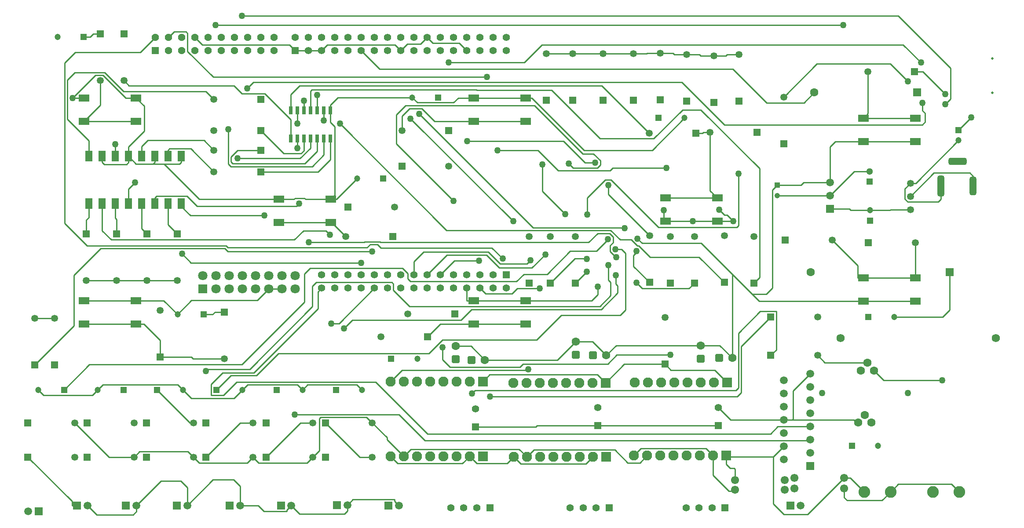
<source format=gbl>
G04*
G04 #@! TF.GenerationSoftware,Altium Limited,Altium Designer,24.2.2 (26)*
G04*
G04 Layer_Physical_Order=2*
G04 Layer_Color=1930808*
%FSLAX42Y42*%
%MOMM*%
G71*
G04*
G04 #@! TF.SameCoordinates,1B85D7C3-CB2C-498D-ACBB-91D5DC165851*
G04*
G04*
G04 #@! TF.FilePolarity,Positive*
G04*
G01*
G75*
%ADD14C,0.25*%
%ADD17R,1.45X2.10*%
%ADD31C,1.39*%
%ADD32R,1.39X1.39*%
%ADD34C,1.20*%
%ADD35R,1.20X1.20*%
%ADD40R,1.60X1.60*%
%ADD41C,1.60*%
%ADD54R,1.20X1.20*%
%ADD63C,1.55*%
%ADD64C,1.50*%
%ADD65R,1.50X1.50*%
%ADD66C,1.58*%
%ADD67C,1.43*%
%ADD68C,1.80*%
%ADD69C,1.35*%
%ADD70R,1.80X1.80*%
%ADD71R,1.35X1.35*%
%ADD72C,1.60*%
%ADD73C,0.48*%
%ADD74C,1.40*%
%ADD75R,1.40X1.40*%
%ADD76R,1.40X1.40*%
%ADD77R,1.35X1.35*%
%ADD78C,1.27*%
%ADD79R,1.43X1.43*%
G04:AMPARAMS|DCode=80|XSize=1.6mm|YSize=1.6mm|CornerRadius=0.4mm|HoleSize=0mm|Usage=FLASHONLY|Rotation=90.000|XOffset=0mm|YOffset=0mm|HoleType=Round|Shape=RoundedRectangle|*
%AMROUNDEDRECTD80*
21,1,1.60,0.80,0,0,90.0*
21,1,0.80,1.60,0,0,90.0*
1,1,0.80,0.40,0.40*
1,1,0.80,0.40,-0.40*
1,1,0.80,-0.40,-0.40*
1,1,0.80,-0.40,0.40*
%
%ADD80ROUNDEDRECTD80*%
G04:AMPARAMS|DCode=81|XSize=3.5mm|YSize=1.3mm|CornerRadius=0.33mm|HoleSize=0mm|Usage=FLASHONLY|Rotation=0.000|XOffset=0mm|YOffset=0mm|HoleType=Round|Shape=RoundedRectangle|*
%AMROUNDEDRECTD81*
21,1,3.50,0.65,0,0,0.0*
21,1,2.85,1.30,0,0,0.0*
1,1,0.65,1.43,-0.33*
1,1,0.65,-1.43,-0.33*
1,1,0.65,-1.43,0.33*
1,1,0.65,1.43,0.33*
%
%ADD81ROUNDEDRECTD81*%
G04:AMPARAMS|DCode=82|XSize=3.5mm|YSize=1.3mm|CornerRadius=0.33mm|HoleSize=0mm|Usage=FLASHONLY|Rotation=270.000|XOffset=0mm|YOffset=0mm|HoleType=Round|Shape=RoundedRectangle|*
%AMROUNDEDRECTD82*
21,1,3.50,0.65,0,0,270.0*
21,1,2.85,1.30,0,0,270.0*
1,1,0.65,-0.33,-1.43*
1,1,0.65,-0.33,1.43*
1,1,0.65,0.33,1.43*
1,1,0.65,0.33,-1.43*
%
%ADD82ROUNDEDRECTD82*%
G04:AMPARAMS|DCode=83|XSize=4mm|YSize=1.3mm|CornerRadius=0.33mm|HoleSize=0mm|Usage=FLASHONLY|Rotation=270.000|XOffset=0mm|YOffset=0mm|HoleType=Round|Shape=RoundedRectangle|*
%AMROUNDEDRECTD83*
21,1,4.00,0.65,0,0,270.0*
21,1,3.35,1.30,0,0,270.0*
1,1,0.65,-0.33,-1.68*
1,1,0.65,-0.33,1.68*
1,1,0.65,0.33,1.68*
1,1,0.65,0.33,-1.68*
%
%ADD83ROUNDEDRECTD83*%
%ADD84R,1.30X1.30*%
%ADD85C,1.30*%
G04:AMPARAMS|DCode=86|XSize=1.6mm|YSize=1.6mm|CornerRadius=0.4mm|HoleSize=0mm|Usage=FLASHONLY|Rotation=0.000|XOffset=0mm|YOffset=0mm|HoleType=Round|Shape=RoundedRectangle|*
%AMROUNDEDRECTD86*
21,1,1.60,0.80,0,0,0.0*
21,1,0.80,1.60,0,0,0.0*
1,1,0.80,0.40,-0.40*
1,1,0.80,-0.40,-0.40*
1,1,0.80,-0.40,0.40*
1,1,0.80,0.40,0.40*
%
%ADD86ROUNDEDRECTD86*%
%ADD87C,1.95*%
%ADD88R,1.95X1.95*%
%ADD89C,2.25*%
%ADD90R,1.50X1.50*%
%ADD91R,1.05X1.05*%
%ADD92C,1.05*%
%ADD93C,1.27*%
%ADD94R,2.10X1.40*%
%ADD95R,0.70X1.55*%
D14*
X15831Y127D02*
X16530Y826D01*
X15164Y330D02*
X15367Y127D01*
X15831D01*
X16530Y450D02*
X16586Y394D01*
X17260D01*
X17424Y558D01*
X16530Y450D02*
Y622D01*
X14008Y876D02*
Y1257D01*
X14313Y572D02*
X14433D01*
X14008Y876D02*
X14313Y572D01*
X14262Y1092D02*
Y1257D01*
Y1092D02*
X14338Y1016D01*
X14418D01*
X14433Y787D02*
Y1001D01*
X14418Y1016D02*
X14433Y1001D01*
X16649Y826D02*
X16916Y558D01*
X16530Y826D02*
X16649D01*
X15164Y330D02*
Y1232D01*
X14288D02*
X15164D01*
X1680Y8144D02*
X1683Y8141D01*
X15545Y2502D02*
X15875Y2832D01*
X15545Y2337D02*
Y2502D01*
X15253Y1816D02*
X15875D01*
X15113Y1676D02*
X15253Y1816D01*
X15367Y1943D02*
X15532D01*
X16720D02*
X16771Y1892D01*
X14348Y1943D02*
X15367D01*
X16771Y1892D02*
X16802D01*
X15532Y1943D02*
X16720D01*
X15532D02*
X15550Y1961D01*
X14110Y2182D02*
X14348Y1943D01*
X15861Y1548D02*
X15875Y1562D01*
X8459Y1548D02*
X15861D01*
X7960Y2047D02*
X8452Y1556D01*
X8459Y1548D01*
X15545Y2337D02*
X15550Y2342D01*
X14262Y1257D02*
X14288Y1232D01*
X15164D02*
X15367Y1435D01*
X17575Y709D02*
X18594D01*
X15367Y8159D02*
X16009Y8801D01*
X17418D01*
X17757Y8462D01*
X16789Y4683D02*
Y4920D01*
X11786Y4356D02*
Y4508D01*
X11670Y4241D02*
X11786Y4356D01*
X12134Y4565D02*
Y4731D01*
X12172Y4389D02*
Y4528D01*
X12134Y4565D02*
X12172Y4528D01*
X12033Y4337D02*
Y4596D01*
X11989Y4640D02*
Y4928D01*
Y4640D02*
X12033Y4596D01*
X11829Y4133D02*
X12033Y4337D01*
X11570Y5055D02*
X11576Y5048D01*
X11347Y5055D02*
X11570D01*
X12027Y5190D02*
Y5303D01*
Y5190D02*
X12137Y5081D01*
X12027Y5303D02*
X12082Y5358D01*
Y5471D01*
X12129Y5232D02*
X12248D01*
X11791Y5537D02*
X12016D01*
X12137Y5081D02*
X12143D01*
X12016Y5537D02*
X12082Y5471D01*
X12248Y5232D02*
X12324Y5156D01*
X11980Y5414D02*
Y5429D01*
X11760Y5194D02*
X11980Y5414D01*
X8877Y5598D02*
X12036D01*
X12221Y5414D02*
X12434D01*
X12036Y5598D02*
X12221Y5414D01*
X10541Y5649D02*
X12296D01*
X12306Y5639D01*
X8352Y7838D02*
X10541Y5649D01*
X6828Y7648D02*
X8877Y5598D01*
X12479Y4902D02*
Y5111D01*
X12535Y5167D01*
X12577Y5296D02*
X12793Y5080D01*
X12551Y5296D02*
X12577D01*
X12434Y5414D02*
X12551Y5296D01*
X12535Y5167D02*
Y5194D01*
X12793Y5080D02*
X13736D01*
X11257Y5194D02*
X11760D01*
X6515Y7709D02*
Y7905D01*
X6134D02*
Y8090D01*
X5301Y7518D02*
X5746Y7074D01*
X6007Y7175D02*
Y7360D01*
X5746Y7074D02*
X6078D01*
X6134Y7130D01*
X10638Y7137D02*
X11031Y6744D01*
X12080Y6794D02*
X13106D01*
X11499Y7071D02*
X11703D01*
X11316Y6794D02*
X11777D01*
X11544Y6896D02*
X11735D01*
X11703Y7071D02*
X11836Y6938D01*
X11031Y6744D02*
X12030D01*
X11125Y7315D02*
X11544Y6896D01*
X11777Y6794D02*
X11836Y6854D01*
X12030Y6744D02*
X12080Y6794D01*
X11836Y6854D02*
Y6938D01*
X11227Y6883D02*
X11316Y6794D01*
X11989Y6292D02*
Y6464D01*
X11582Y6218D02*
X11930Y6566D01*
X12047D01*
X12957Y5657D01*
X11989Y6292D02*
X12789Y5492D01*
X11582Y5900D02*
Y6218D01*
X1897Y8141D02*
X1900Y8144D01*
X1680D02*
X2121Y8585D01*
X1575Y8491D02*
X1720Y8636D01*
X1575Y7739D02*
X1994Y7320D01*
X2121Y8585D02*
X2261D01*
X1683Y8141D02*
X1897D01*
X1524Y8816D02*
X1727Y9020D01*
X1575Y7739D02*
Y8491D01*
X1676Y8141D02*
X1680Y8144D01*
X1524Y5728D02*
X1956Y5296D01*
X1524Y5728D02*
Y8816D01*
X2502Y7021D02*
Y7252D01*
X8802Y3485D02*
X10610D01*
X8801Y3101D02*
X8941Y2962D01*
X8801Y3101D02*
Y3340D01*
X8541Y3223D02*
X8802Y3485D01*
X5639Y3223D02*
X8541D01*
X18580Y8128D02*
Y8722D01*
X18479Y8026D02*
X18580Y8128D01*
X18047Y8649D02*
X18479Y8217D01*
X17887Y8649D02*
X18047D01*
X17574Y9728D02*
X18580Y8722D01*
X10711Y9167D02*
X17668D01*
X18009Y8826D01*
X12535Y4585D02*
X12647Y4473D01*
X13546D01*
X13089Y5769D02*
X13614D01*
X13054D02*
X13089D01*
X10400Y4241D02*
X11670D01*
X9400D02*
X10400D01*
X13056Y5771D02*
Y5982D01*
X13054Y5769D02*
X13056Y5771D01*
X12957Y5657D02*
X14468D01*
X18034Y7909D02*
Y8052D01*
Y7909D02*
X18092Y7850D01*
Y7683D02*
Y7850D01*
X16900Y7756D02*
X17399Y7756D01*
X14224Y7625D02*
X18034D01*
X17399Y7756D02*
X17900D01*
X18034Y7625D02*
X18092Y7683D01*
X10719Y6350D02*
Y6868D01*
Y6350D02*
X11163Y5906D01*
X14279Y5889D02*
X14398Y5769D01*
X14122Y5994D02*
X14228Y5889D01*
X14279D01*
X14089Y5769D02*
X14398D01*
X14399D01*
X6556Y5585D02*
X6629Y5512D01*
X6121Y5585D02*
X6556D01*
X1704Y4727D02*
X2223Y5245D01*
X4613D02*
X4669Y5189D01*
X1956Y5296D02*
X4634D01*
X4670Y5260D02*
X7348D01*
X4669Y5189D02*
X7447D01*
X4634Y5296D02*
X4670Y5260D01*
X3785Y5144D02*
X3960Y4968D01*
X7238D01*
X2223Y5245D02*
X4613D01*
X7348Y5260D02*
X7408Y5320D01*
X2756Y6111D02*
Y6388D01*
X2883Y6515D01*
X6401Y4087D02*
Y4408D01*
X4940Y9728D02*
X17574D01*
X4898Y9550D02*
X16515D01*
X4432Y9545D02*
X4893D01*
X4898Y9550D01*
X14757Y4369D02*
X14893Y4233D01*
X14376Y4750D02*
X14757Y4369D01*
X13779Y5347D02*
X14376Y4750D01*
X3233Y6876D02*
X3439D01*
X2901D02*
X3233D01*
X3439D02*
X3739D01*
X5856Y9167D02*
X5968Y9055D01*
X4178Y9167D02*
X5856D01*
X4036Y9309D02*
X4178Y9167D01*
X3233Y6876D02*
X3264Y6906D01*
Y7021D01*
X9749Y5258D02*
X9957Y5050D01*
X7611Y5258D02*
X9749D01*
X7549Y5320D02*
X7611Y5258D01*
X7408Y5320D02*
X7549D01*
X1727Y9020D02*
X2984D01*
X3274Y9309D01*
X4387Y8547D02*
X9657D01*
X3891Y9042D02*
X4387Y8547D01*
X3891Y9042D02*
Y9390D01*
X3861Y9421D02*
X3891Y9390D01*
X3639Y9421D02*
X3861D01*
X3528Y9309D02*
X3639Y9421D01*
X5949Y5413D02*
X6121Y5585D01*
X2423Y5413D02*
X5949D01*
X2248Y5588D02*
X2423Y5413D01*
X2248Y5588D02*
Y6111D01*
X9031Y5006D02*
X9505D01*
X8762Y4737D02*
X9031Y5006D01*
X14501Y5690D02*
Y6683D01*
X14468Y5657D02*
X14501Y5690D01*
X10521Y4872D02*
X10780Y5131D01*
X9893Y4872D02*
X10521D01*
X9649Y5116D02*
X9893Y4872D01*
X8886Y5116D02*
X9649D01*
X8508Y4737D02*
X8886Y5116D01*
X9274Y7315D02*
X11125D01*
X7912Y7264D02*
X9014Y6162D01*
X7912Y7264D02*
Y7823D01*
X8087Y7998D01*
X10571D01*
X11499Y7071D01*
X9715Y2390D02*
X14475D01*
X14552Y2466D01*
Y3356D01*
X15120Y3924D01*
X8941Y2962D02*
X10292D01*
X10349Y3019D01*
X11980D01*
X12156Y3195D01*
X13185D01*
X15756Y8052D02*
X15959Y8255D01*
X15039Y8052D02*
X15756D01*
X14392Y8700D02*
X15039Y8052D01*
X7593Y8700D02*
X14392D01*
X7238Y9055D02*
X7593Y8700D01*
X6808Y3800D02*
X7492Y4483D01*
X6657Y3800D02*
X6808D01*
X9368Y2451D02*
X9431Y2515D01*
X14445D01*
X14496Y2565D01*
Y3614D01*
X14915Y4034D01*
X15227D01*
Y3295D02*
Y4034D01*
X15120Y3188D02*
X15227Y3295D01*
X5880Y7905D02*
Y8209D01*
X6053Y8382D01*
X11864D01*
X12778Y7468D01*
X6388Y7905D02*
Y8202D01*
X8166Y4133D02*
X11829D01*
X7854Y4445D02*
X8166Y4133D01*
X7854Y4445D02*
Y4562D01*
X7823Y4592D02*
X7854Y4562D01*
X6368Y4592D02*
X7823D01*
X6297Y4521D02*
X6368Y4592D01*
X6297Y4128D02*
Y4521D01*
X5088Y2918D02*
X6297Y4128D01*
X4275Y2918D02*
X5088D01*
X4244Y2888D02*
X4275Y2918D01*
X12324Y4064D02*
Y5156D01*
X12222Y3962D02*
X12324Y4064D01*
X11087Y3962D02*
X12222D01*
X10610Y3485D02*
X11087Y3962D01*
X5217Y2802D02*
X5639Y3223D01*
X4727Y2802D02*
X5217D01*
X4449Y2524D02*
X4727Y2802D01*
X11615Y5362D02*
X11791Y5537D01*
X7609Y5362D02*
X11615D01*
X7600Y5371D02*
X7609Y5362D01*
X7304Y5371D02*
X7600D01*
X7295Y5362D02*
X7304Y5371D01*
X6226Y5362D02*
X7295D01*
X11854Y4072D02*
X12172Y4389D01*
X9360Y4072D02*
X11854D01*
X9152Y3863D02*
X9360Y4072D01*
X7064Y3863D02*
X9152D01*
X6906Y3706D02*
X7064Y3863D01*
X820Y1228D02*
X1668Y381D01*
Y293D02*
Y381D01*
Y293D02*
X1768D01*
X8254Y4737D02*
Y4997D01*
X8433Y5177D01*
X9677D01*
X9906Y4948D01*
X10427D01*
X10498Y5019D01*
X2702Y8144D02*
X2900D01*
X2261Y8585D02*
X2702Y8144D01*
X4121Y6194D02*
X5650D01*
X3439Y6876D02*
X4121Y6194D01*
X2756Y7021D02*
X2901Y6876D01*
X3772Y6909D02*
Y7021D01*
X3739Y6876D02*
X3772Y6909D01*
X13614Y5769D02*
X14089D01*
X15240Y6464D02*
X15697D01*
X15748Y6515D01*
X16256D01*
X6401Y4408D02*
X6476Y4483D01*
X5166Y2852D02*
X6401Y4087D01*
X4567Y2852D02*
X5166D01*
X4348Y2634D02*
X4567Y2852D01*
X4348Y2423D02*
Y2634D01*
Y2423D02*
X4582D01*
X4834Y2675D01*
X7511D01*
X8509Y1676D01*
X15113D01*
X5954Y2047D02*
X7960D01*
X4788Y2362D02*
X4949Y2524D01*
X3967Y2362D02*
X4788D01*
X3806Y2524D02*
X3967Y2362D01*
X9270Y4241D02*
Y4483D01*
Y4241D02*
X9400D01*
X1520Y2524D02*
X2006Y3010D01*
X4940D01*
X6142Y4211D01*
Y4752D01*
X6256Y4867D01*
X8026D01*
X8128Y4765D01*
Y4661D02*
Y4765D01*
Y4661D02*
X8179Y4610D01*
X10226D01*
X10366Y4750D01*
X10813D01*
X11257Y5194D01*
X10237Y4473D02*
X10668D01*
X10140Y4375D02*
X10237Y4473D01*
X9631Y4375D02*
X10140D01*
X9524Y4483D02*
X9631Y4375D01*
X7798Y2680D02*
X8019Y2901D01*
X10434D01*
X10450Y2916D01*
X5042Y8331D02*
X5156Y8446D01*
X13404D01*
X14224Y7625D01*
X14796Y4579D02*
X14902Y4686D01*
Y6787D01*
X13772Y7917D02*
X14902Y6787D01*
X13424Y7917D02*
X13772D01*
X12868Y7361D02*
X13424Y7917D01*
X11831Y7361D02*
X12868D01*
X10899Y8293D02*
X11831Y7361D01*
X9464Y8293D02*
X10899D01*
X9454Y8303D02*
X9464Y8293D01*
X6287Y8303D02*
X9454D01*
X6261Y8278D02*
X6287Y8303D01*
X6261Y7905D02*
Y8278D01*
X9576Y2680D02*
X9710Y2814D01*
X11778D01*
X11938Y2654D01*
X6650Y5744D02*
X6671D01*
X6941Y5474D01*
X952Y3004D02*
X1704Y3756D01*
Y4727D01*
X5992Y6060D02*
X6043Y6111D01*
X4079Y6060D02*
X5992D01*
X3884Y6256D02*
X4079Y6060D01*
X3297Y6256D02*
X3884D01*
X3264Y6223D02*
X3297Y6256D01*
X3264Y6111D02*
Y6223D01*
X14893Y4233D02*
X16900D01*
X12644Y5347D02*
X13779D01*
X14376Y3137D02*
Y4750D01*
X12555Y5436D02*
X12644Y5347D01*
X15149Y6373D02*
X15240Y6464D01*
X15149Y4488D02*
Y6373D01*
X15030Y4369D02*
X15149Y4488D01*
X14757Y4369D02*
X15030D01*
X6305Y1228D02*
X6426Y1350D01*
Y1968D01*
X6454Y1996D01*
X7340D01*
X7448Y1889D01*
X11938Y2654D02*
X12301Y3017D01*
X13081D01*
X12836Y7137D02*
X13458Y7760D01*
X11527Y7137D02*
X12836D01*
X10520Y8144D02*
X11527Y7137D01*
X10400Y8144D02*
X10520D01*
X8018Y7518D02*
Y7795D01*
X8164Y7941D01*
X8403D01*
X8650Y7694D01*
X9400D01*
X8184Y7747D02*
X10160Y5771D01*
X6007Y7648D02*
Y7905D01*
X13736Y5080D02*
X14224Y4592D01*
X8923Y8832D02*
X10376D01*
X10711Y9167D01*
X9855Y7137D02*
X10638D01*
X6166Y6194D02*
X6650D01*
X6145Y6215D02*
X6166Y6194D01*
X5962Y6215D02*
X6145D01*
X5942Y6194D02*
X5962Y6215D01*
X5650Y6194D02*
X5942D01*
X5650Y5744D02*
X6650D01*
X3947Y5880D02*
X5375D01*
X3772Y6055D02*
X3947Y5880D01*
X3772Y6055D02*
Y6111D01*
X4851Y6980D02*
X6060D01*
X6261Y7181D01*
Y7360D01*
X6515Y7049D02*
Y7360D01*
X6292Y6825D02*
X6515Y7049D01*
X4724Y6825D02*
X6292D01*
X4674Y6876D02*
X4724Y6825D01*
X4674Y6876D02*
Y7544D01*
X6476Y9055D02*
X6585Y9164D01*
X7890D01*
X8000Y9055D01*
X5233Y4244D02*
X5459Y4470D01*
X3969Y4244D02*
X5233D01*
X3700Y3975D02*
X3969Y4244D01*
X2667Y8478D02*
X2765Y8380D01*
X4790D01*
X4940Y8230D01*
X5377D01*
X5880Y7727D01*
Y7360D02*
Y7727D01*
X8000Y9055D02*
X8127Y9182D01*
X8381D01*
X8508Y9309D01*
X8617Y9200D01*
X9125D01*
X9270Y9055D01*
X5459Y4470D02*
X5713D01*
X5968Y9055D02*
X6222D01*
X6476D01*
X16256Y6007D02*
X16629D01*
X16655Y5982D01*
X17031D01*
X17412D01*
X17424Y5994D01*
X17805D01*
X1720Y1889D02*
X2380Y1228D01*
X2863D01*
X2971Y1336D01*
X3898D01*
X4006Y1228D01*
X1940Y4630D02*
X2524D01*
X3108D01*
X3693D01*
X4006Y1228D02*
X4117Y1118D01*
X5039D01*
X5149Y1228D01*
X5260Y1118D01*
X6194D01*
X6305Y1228D01*
X7732Y1565D02*
X8052Y1245D01*
X7732Y1565D02*
Y1604D01*
X7448Y1889D02*
X7732Y1604D01*
X8052Y1245D02*
X8189Y1382D01*
X10277D01*
X10427Y1232D01*
X10564Y1369D01*
X12116D01*
X12367Y1118D01*
X12598D01*
X12738Y1257D01*
X9614Y3099D02*
X11011D01*
X11367Y3454D01*
X9347Y3365D02*
X9614Y3099D01*
X9055Y3365D02*
X9347D01*
X11367Y3454D02*
X11684D01*
X11951Y3188D01*
X12141Y3378D01*
X13767D01*
X14135D01*
X14376Y3137D01*
X16900Y4233D02*
X17900D01*
X16256Y6515D02*
Y7205D01*
X16358Y7306D01*
X16900D01*
X17900D01*
X14275Y8984D02*
X14503D01*
X14249Y8959D02*
X14275Y8984D01*
X14021Y8959D02*
X14249D01*
X13772D02*
X14021D01*
X13746Y8984D02*
X13772Y8959D01*
X13500Y8984D02*
X13746D01*
X13259D02*
X13500D01*
X13233Y9010D02*
X13259Y8984D01*
X12992Y9010D02*
X13233D01*
X12737D02*
X12992D01*
X12725Y8998D02*
X12737Y9010D01*
X12471Y8998D02*
X12725D01*
X11887D02*
X12471D01*
X11303D02*
X11887D01*
X11047D02*
X11303D01*
X11046Y8997D02*
X11047Y8998D01*
X10795Y8997D02*
X11046D01*
X17699Y6396D02*
X17805Y6502D01*
X17699Y6198D02*
Y6396D01*
Y6198D02*
X17755Y6142D01*
X18339D01*
X18392Y6195D01*
Y6452D01*
X17805Y6502D02*
X17907D01*
X18732Y7328D01*
X9436Y1806D02*
X10597D01*
X10622Y1832D01*
X11786D01*
X14110D01*
X17107Y2896D02*
X17292Y2710D01*
X18418D01*
X1968Y293D02*
X2144Y117D01*
X2845D01*
X2908Y180D01*
Y293D01*
X3380Y765D01*
X3759D01*
X3886Y638D01*
Y293D02*
Y638D01*
Y293D02*
X4384Y790D01*
X4775D01*
X4902Y663D01*
Y293D02*
Y663D01*
Y293D02*
X5253D01*
X5365Y180D01*
X5804D01*
Y209D01*
X5890Y295D01*
X6050Y135D01*
X6909D01*
X6969Y195D01*
Y305D01*
X7073Y409D01*
X7877D01*
Y380D02*
Y409D01*
Y380D02*
X7961Y295D01*
X7798Y1245D02*
X7935Y1107D01*
X9185D01*
X9322Y1245D01*
X9459Y1107D01*
X10048D01*
X10173Y1232D01*
X7147Y2624D02*
X7248Y2524D01*
X6205Y2624D02*
X7147D01*
X6105Y2524D02*
X6205Y2624D01*
X10173Y1232D02*
X10310Y1095D01*
X11560D01*
X11697Y1232D01*
X6004Y2624D02*
X6105Y2524D01*
X5049Y2624D02*
X6004D01*
X4949Y2524D02*
X5049Y2624D01*
X3706D02*
X3806Y2524D01*
X2263Y2624D02*
X3706D01*
X2163Y2524D02*
X2263Y2624D01*
X3434Y4241D02*
X3700Y3975D01*
X2900Y4241D02*
X3434D01*
X2063Y2423D02*
X2163Y2524D01*
X1120Y2423D02*
X2063D01*
X1020Y2524D02*
X1120Y2423D01*
X1900Y4241D02*
X2900D01*
X12484Y1257D02*
X12621Y1394D01*
X13871D01*
X14008Y1257D01*
X15550Y1961D02*
Y2342D01*
X17424Y558D02*
X17575Y709D01*
X18594D02*
X18745Y558D01*
X15240Y6264D02*
X15751Y6261D01*
X16256D01*
X16726Y6731D01*
X17018D01*
X9400Y8144D02*
X10400D01*
X9102D02*
X9400D01*
X9012Y8054D02*
X9102Y8144D01*
X8317Y8054D02*
X9012D01*
X8218Y8153D02*
X8317Y8054D01*
X6789Y8153D02*
X8218D01*
X6642Y8006D02*
X6789Y8153D01*
X6642Y7905D02*
Y8006D01*
X17805Y6248D02*
X18258Y6701D01*
X18948D01*
X19012Y6637D01*
Y6452D02*
Y6637D01*
X6642Y7673D02*
Y7905D01*
Y7673D02*
X6726Y7590D01*
Y6270D02*
Y7590D01*
X6650Y6194D02*
X6726Y6270D01*
X17497Y3924D02*
X18423D01*
X18562Y4064D01*
Y4788D01*
X6650Y6194D02*
X6757D01*
X7154Y6591D01*
X18732Y7528D02*
X18979Y7774D01*
X2756Y7021D02*
Y7206D01*
X3056Y7506D01*
Y7989D01*
X2900Y8144D02*
X3056Y7989D01*
X2756Y6904D02*
Y7021D01*
X2718Y6866D02*
X2756Y6904D01*
X2291Y6866D02*
X2718D01*
X2248Y6909D02*
X2291Y6866D01*
X2248Y6909D02*
Y7021D01*
X13081Y3017D02*
X13195Y2903D01*
X14039D01*
X14275Y2667D01*
X16789Y4683D02*
X16900D01*
X16300Y5410D02*
X16789Y4920D01*
X16900Y4683D02*
X17399Y4683D01*
X17900D01*
Y5019D01*
X17900Y5020D02*
X17900Y5019D01*
X17900Y5020D02*
Y5359D01*
X16987Y7843D02*
Y8649D01*
X16900Y7756D02*
X16987Y7843D01*
X952Y3904D02*
X1334D01*
X16020Y3188D02*
X16162Y3046D01*
X16980D01*
X1994Y7021D02*
Y7320D01*
X1720Y8636D02*
X2296D01*
X2662Y8270D01*
X4246D01*
X4401Y8115D01*
X3010Y7021D02*
Y7214D01*
X3124Y7328D01*
X4211D01*
X4401Y7137D01*
X3518Y7021D02*
Y7137D01*
X3546Y7165D01*
X3954D01*
X4401Y6718D01*
X3518Y5705D02*
Y6111D01*
Y5705D02*
X3693Y5530D01*
X3010Y5629D02*
Y6111D01*
Y5629D02*
X3108Y5530D01*
X2524D02*
Y5809D01*
X2502Y5831D02*
X2524Y5809D01*
X2502Y5831D02*
Y6111D01*
X1940Y5530D02*
Y5791D01*
X1994Y5845D01*
Y6111D01*
X4200Y3975D02*
X4376D01*
X4420Y4019D01*
X4597D01*
X1888Y9322D02*
X2019D01*
X2076Y9378D01*
X2210D01*
X13089Y6219D02*
X13586Y6219D01*
X14089D01*
X13952Y6357D02*
X14089Y6219D01*
X13952Y6357D02*
Y7480D01*
X13820D02*
X13952D01*
X13807Y7468D02*
X13820Y7480D01*
X13678Y7468D02*
X13807D01*
X8515Y3543D02*
X8762Y3791D01*
X9400D01*
X10400D01*
X9400Y7694D02*
X9898Y7694D01*
X10400D01*
X1900Y3791D02*
X2900D01*
X3049D01*
X3365Y3475D01*
Y3157D02*
Y3475D01*
Y3157D02*
X3962D01*
X4001Y3119D01*
X4597D01*
X1900Y7694D02*
X2398Y7694D01*
X2900D01*
X1900Y7694D02*
X2210Y8004D01*
Y8478D01*
X6134Y7130D02*
Y7360D01*
X6388Y7115D02*
Y7360D01*
X6152Y6878D02*
X6388Y7115D01*
X4761Y6878D02*
X6152D01*
X4724Y6915D02*
X4761Y6878D01*
X4724Y6915D02*
Y7004D01*
X4858Y7137D01*
X5301D01*
Y6718D02*
X6406D01*
X6642Y6955D01*
Y7360D01*
X3937Y1889D02*
X4006D01*
X3306Y2524D02*
X3937Y1889D01*
X4249Y1228D02*
X4909Y1889D01*
X5149D01*
X5405Y1228D02*
X6065Y1889D01*
X6305D01*
X7208Y1228D02*
X7448D01*
X6548Y1889D02*
X7208Y1228D01*
X10871Y4579D02*
X11347Y5055D01*
X11354Y4579D02*
X11575Y4801D01*
X12479Y4902D02*
X12789Y4592D01*
X13546Y4473D02*
X13652Y4579D01*
D17*
X1994Y6111D02*
D03*
X2248D02*
D03*
X2502D02*
D03*
X2756D02*
D03*
X3010D02*
D03*
X3264D02*
D03*
X3518D02*
D03*
X3772D02*
D03*
Y7021D02*
D03*
X3518D02*
D03*
X3264D02*
D03*
X3010D02*
D03*
X2756D02*
D03*
X2502D02*
D03*
X2248D02*
D03*
X1994D02*
D03*
D31*
X9778Y4483D02*
D03*
X9524Y4737D02*
D03*
Y4483D02*
D03*
X9270D02*
D03*
X9016Y4737D02*
D03*
Y4483D02*
D03*
X8762Y4737D02*
D03*
Y4483D02*
D03*
X8508Y4737D02*
D03*
Y4483D02*
D03*
X8254Y4737D02*
D03*
X7746D02*
D03*
X7492D02*
D03*
Y4483D02*
D03*
X7238Y4737D02*
D03*
Y4483D02*
D03*
X6984Y4737D02*
D03*
X6476Y4483D02*
D03*
X6222Y9055D02*
D03*
X6476D02*
D03*
X7238D02*
D03*
X7492D02*
D03*
X8000D02*
D03*
X8508Y9309D02*
D03*
X9016Y9055D02*
D03*
X9270D02*
D03*
X9524D02*
D03*
X10032D02*
D03*
X6730Y4483D02*
D03*
X6984D02*
D03*
X7746D02*
D03*
X8000D02*
D03*
X8254D02*
D03*
X10032D02*
D03*
X6476Y4737D02*
D03*
X6730D02*
D03*
X8000D02*
D03*
X9270D02*
D03*
X9778D02*
D03*
X7492Y9309D02*
D03*
X5968D02*
D03*
X6222D02*
D03*
X6476D02*
D03*
X6730Y9055D02*
D03*
Y9309D02*
D03*
X6984Y9055D02*
D03*
Y9309D02*
D03*
X7238D02*
D03*
X7746Y9055D02*
D03*
Y9309D02*
D03*
X8000D02*
D03*
X8254Y9055D02*
D03*
Y9309D02*
D03*
X8508Y9055D02*
D03*
X8762D02*
D03*
Y9309D02*
D03*
X9016D02*
D03*
X9270D02*
D03*
X9524D02*
D03*
X9778Y9055D02*
D03*
Y9309D02*
D03*
X10032D02*
D03*
D32*
X5968Y9055D02*
D03*
X10032Y4737D02*
D03*
D34*
X13458Y7760D02*
D03*
X3700Y3975D02*
D03*
X8315Y3124D02*
D03*
X7248Y2524D02*
D03*
X1388Y9322D02*
D03*
X1020Y2524D02*
D03*
X2163D02*
D03*
X3806D02*
D03*
X6105D02*
D03*
X4949D02*
D03*
X8218Y8153D02*
D03*
X7154Y6591D02*
D03*
X17031Y5982D02*
D03*
X18732Y7328D02*
D03*
X17179Y1448D02*
D03*
X17497Y3924D02*
D03*
D35*
X12958Y7760D02*
D03*
X4200Y3975D02*
D03*
X7814Y3124D02*
D03*
X6748Y2524D02*
D03*
X1888Y9322D02*
D03*
X1520Y2524D02*
D03*
X2663D02*
D03*
X3306D02*
D03*
X5605D02*
D03*
X4449D02*
D03*
X8718Y8153D02*
D03*
X7654Y6591D02*
D03*
X16679Y1448D02*
D03*
X16997Y3924D02*
D03*
D40*
X18562Y4788D02*
D03*
X17932Y8255D02*
D03*
D41*
X15888Y4788D02*
D03*
X15959Y8255D02*
D03*
D54*
X17031Y5782D02*
D03*
X18732Y7528D02*
D03*
D63*
X14433Y787D02*
D03*
X15387D02*
D03*
Y597D02*
D03*
X14433D02*
D03*
X15576Y622D02*
D03*
X16530D02*
D03*
Y826D02*
D03*
X15576D02*
D03*
D64*
X15875Y2832D02*
D03*
X15367Y2705D02*
D03*
X15875Y2578D02*
D03*
X15367Y2451D02*
D03*
X15875Y2324D02*
D03*
X15367Y2197D02*
D03*
X15875Y2070D02*
D03*
X15367Y1943D02*
D03*
X15875Y1816D02*
D03*
X15367Y1689D02*
D03*
X15875Y1562D02*
D03*
X15367Y1435D02*
D03*
X15875Y1308D02*
D03*
X15367Y1181D02*
D03*
X4902Y293D02*
D03*
X829Y182D02*
D03*
X7961Y295D02*
D03*
X5890D02*
D03*
X1968Y293D02*
D03*
X2908D02*
D03*
X6969Y305D02*
D03*
X3886Y293D02*
D03*
X15696Y293D02*
D03*
X16256Y6261D02*
D03*
Y6515D02*
D03*
D65*
X15875Y1054D02*
D03*
X4702Y293D02*
D03*
X1029Y182D02*
D03*
X7761Y295D02*
D03*
X5690D02*
D03*
X1768Y293D02*
D03*
X2708D02*
D03*
X6769Y305D02*
D03*
X3686Y293D02*
D03*
X15496Y293D02*
D03*
D66*
X19449Y3518D02*
D03*
X16459D02*
D03*
D67*
X3274Y9309D02*
D03*
X3528Y9055D02*
D03*
Y9309D02*
D03*
X4036D02*
D03*
X4798Y9055D02*
D03*
X5052D02*
D03*
X5306D02*
D03*
X5560D02*
D03*
Y9309D02*
D03*
X5306D02*
D03*
X5052D02*
D03*
X4798D02*
D03*
X4544D02*
D03*
Y9055D02*
D03*
X4290Y9309D02*
D03*
Y9055D02*
D03*
X4036D02*
D03*
X3782Y9309D02*
D03*
Y9055D02*
D03*
D68*
X4697Y4724D02*
D03*
X4951D02*
D03*
X5205D02*
D03*
X5459Y4470D02*
D03*
Y4724D02*
D03*
X5713Y4470D02*
D03*
X4189Y4724D02*
D03*
X4443Y4470D02*
D03*
Y4724D02*
D03*
X4697Y4470D02*
D03*
X4951D02*
D03*
X5205D02*
D03*
X5713Y4724D02*
D03*
X5967Y4470D02*
D03*
Y4724D02*
D03*
D69*
X13081Y3917D02*
D03*
X15367Y8159D02*
D03*
X17900Y5359D02*
D03*
X4401Y7137D02*
D03*
Y8115D02*
D03*
Y7518D02*
D03*
Y6718D02*
D03*
X13952Y7480D02*
D03*
X12778Y7468D02*
D03*
X2210Y8478D02*
D03*
X2667D02*
D03*
X4006Y1889D02*
D03*
X5149D02*
D03*
X1720D02*
D03*
X2863D02*
D03*
X7448D02*
D03*
X1334Y3904D02*
D03*
X16020Y3924D02*
D03*
X16300Y5410D02*
D03*
X7614Y3543D02*
D03*
X8135Y3988D02*
D03*
X952Y3904D02*
D03*
X1720Y1228D02*
D03*
X4006D02*
D03*
X2863D02*
D03*
X5149D02*
D03*
X6305D02*
D03*
Y1889D02*
D03*
X8018Y7518D02*
D03*
X8918Y6833D02*
D03*
X7880Y6045D02*
D03*
X6941Y5474D02*
D03*
X4597Y3119D02*
D03*
X3693Y4630D02*
D03*
X3108D02*
D03*
X2524D02*
D03*
X1940D02*
D03*
X16987Y8649D02*
D03*
X3365Y4057D02*
D03*
X17805Y5994D02*
D03*
Y6248D02*
D03*
Y6502D02*
D03*
X14224Y5492D02*
D03*
X13183Y5479D02*
D03*
X12789Y5492D02*
D03*
X10465Y5479D02*
D03*
X11354D02*
D03*
X10871D02*
D03*
X16020Y3188D02*
D03*
X7448Y1228D02*
D03*
X12471Y8998D02*
D03*
X11887D02*
D03*
X11303D02*
D03*
X10795Y8997D02*
D03*
X14503Y8984D02*
D03*
X14021Y8959D02*
D03*
X13500Y8984D02*
D03*
X12992Y9010D02*
D03*
X13652Y5479D02*
D03*
X14796D02*
D03*
D70*
X4189Y4470D02*
D03*
D71*
X17000Y5359D02*
D03*
X5301Y7137D02*
D03*
Y8115D02*
D03*
Y7518D02*
D03*
Y6718D02*
D03*
X14852Y7480D02*
D03*
X13678Y7468D02*
D03*
X3106Y1889D02*
D03*
X4249D02*
D03*
X820D02*
D03*
X1963D02*
D03*
X6548D02*
D03*
X15120Y3924D02*
D03*
X15400Y5410D02*
D03*
X8515Y3543D02*
D03*
X9035Y3988D02*
D03*
X820Y1228D02*
D03*
X3106D02*
D03*
X1963D02*
D03*
X4249D02*
D03*
X5405D02*
D03*
Y1889D02*
D03*
X8918Y7518D02*
D03*
X8018Y6833D02*
D03*
X6979Y6045D02*
D03*
X7841Y5474D02*
D03*
X17887Y8649D02*
D03*
X15120Y3188D02*
D03*
X6548Y1228D02*
D03*
D72*
X16802Y1892D02*
D03*
X16929Y2042D02*
D03*
X17056Y1892D02*
D03*
X16853Y2896D02*
D03*
X16980Y3046D02*
D03*
X17107Y2896D02*
D03*
X13767Y3378D02*
D03*
X9614Y3099D02*
D03*
X9055Y3365D02*
D03*
X11367Y3454D02*
D03*
X14376Y3137D02*
D03*
X11951Y3188D02*
D03*
D73*
X19380Y8242D02*
D03*
Y8902D02*
D03*
D74*
X9436Y2156D02*
D03*
X13987Y250D02*
D03*
X13737D02*
D03*
X13487D02*
D03*
X9461D02*
D03*
X9211D02*
D03*
X8962D02*
D03*
X14110Y2182D02*
D03*
X11786D02*
D03*
X11256Y250D02*
D03*
X11506D02*
D03*
X11756D02*
D03*
D75*
X9436Y1806D02*
D03*
X14110Y1832D02*
D03*
X11786D02*
D03*
D76*
X14237Y250D02*
D03*
X9712D02*
D03*
X12006D02*
D03*
D77*
X2210Y9378D02*
D03*
X2667D02*
D03*
X1334Y3004D02*
D03*
X952D02*
D03*
X4597Y4019D02*
D03*
X3693Y5530D02*
D03*
X3108D02*
D03*
X2524D02*
D03*
X1940D02*
D03*
X3365Y3157D02*
D03*
X14224Y4592D02*
D03*
X13081Y3017D02*
D03*
X13183Y4579D02*
D03*
X12789Y4592D02*
D03*
X10465Y4579D02*
D03*
X11354D02*
D03*
X10871D02*
D03*
X15367Y7259D02*
D03*
X12471Y8098D02*
D03*
X11887D02*
D03*
X11303D02*
D03*
X10795Y8097D02*
D03*
X14503Y8084D02*
D03*
X14021Y8059D02*
D03*
X13500Y8084D02*
D03*
X12992Y8110D02*
D03*
X13652Y4579D02*
D03*
X14796D02*
D03*
D78*
X17755Y2464D02*
D03*
X16105D02*
D03*
D79*
X3274Y9055D02*
D03*
D80*
X13767Y3124D02*
D03*
X9055Y3111D02*
D03*
X11367Y3200D02*
D03*
D81*
X18712Y6922D02*
D03*
D82*
X19012Y6452D02*
D03*
D83*
X18392D02*
D03*
D84*
X17018Y6531D02*
D03*
D85*
Y6731D02*
D03*
D86*
X9360Y3099D02*
D03*
X14122Y3137D02*
D03*
X11697Y3188D02*
D03*
D87*
X10160Y2654D02*
D03*
X10414D02*
D03*
X10668D02*
D03*
X10922D02*
D03*
X11176D02*
D03*
X11430D02*
D03*
X11684D02*
D03*
X7798Y2680D02*
D03*
X8052D02*
D03*
X8306D02*
D03*
X8560D02*
D03*
X8814D02*
D03*
X9068D02*
D03*
X9322D02*
D03*
X7798Y1245D02*
D03*
X8052D02*
D03*
X8306D02*
D03*
X8560D02*
D03*
X8814D02*
D03*
X9068D02*
D03*
X9322D02*
D03*
X12992Y1257D02*
D03*
X10173Y1232D02*
D03*
X10427D02*
D03*
X10681D02*
D03*
X10935D02*
D03*
X11189D02*
D03*
X11443D02*
D03*
X11697D02*
D03*
X14021Y2667D02*
D03*
X13767D02*
D03*
X13513D02*
D03*
X13259D02*
D03*
X13005D02*
D03*
X12751D02*
D03*
X12497D02*
D03*
X14008Y1257D02*
D03*
X13754D02*
D03*
X13500D02*
D03*
X13246D02*
D03*
X12738D02*
D03*
X12484D02*
D03*
D88*
X11938Y2654D02*
D03*
X9576Y2680D02*
D03*
Y1245D02*
D03*
X11951Y1232D02*
D03*
X14275Y2667D02*
D03*
X14262Y1257D02*
D03*
D89*
X18745Y558D02*
D03*
X18237D02*
D03*
X16916Y558D02*
D03*
X17424D02*
D03*
D90*
X16256Y6007D02*
D03*
D91*
X15240Y6464D02*
D03*
D92*
Y6264D02*
D03*
D93*
X17757Y8462D02*
D03*
X11786Y4508D02*
D03*
X12134Y4731D02*
D03*
X11576Y5048D02*
D03*
X12129Y5232D02*
D03*
X12143Y5081D02*
D03*
X11989Y4928D02*
D03*
X11980Y5429D02*
D03*
X12306Y5639D02*
D03*
X12535Y5194D02*
D03*
X6515Y7709D02*
D03*
X6134Y8090D02*
D03*
X6007Y7175D02*
D03*
X11735Y6896D02*
D03*
X11227Y6883D02*
D03*
X11989Y6464D02*
D03*
X13106Y6794D02*
D03*
X1676Y8141D02*
D03*
X2502Y7252D02*
D03*
X8801Y3340D02*
D03*
X18479Y8026D02*
D03*
Y8217D02*
D03*
X18009Y8826D02*
D03*
X12535Y4585D02*
D03*
X13056Y5982D02*
D03*
X18034Y8052D02*
D03*
X11163Y5906D02*
D03*
X14122Y5994D02*
D03*
X6629Y5512D02*
D03*
X3785Y5144D02*
D03*
X2883Y6515D02*
D03*
X4940Y9728D02*
D03*
X16515Y9550D02*
D03*
X9957Y5050D02*
D03*
X9657Y8547D02*
D03*
X4432Y9545D02*
D03*
X9505Y5006D02*
D03*
X14501Y6683D02*
D03*
X11582Y5900D02*
D03*
X10780Y5131D02*
D03*
X9274Y7315D02*
D03*
X9014Y6162D02*
D03*
X9715Y2390D02*
D03*
X13185Y3195D02*
D03*
X6657Y3800D02*
D03*
X9368Y2451D02*
D03*
X6388Y8202D02*
D03*
X4244Y2888D02*
D03*
X6226Y5362D02*
D03*
X6906Y3706D02*
D03*
X10498Y5019D02*
D03*
X10719Y6868D02*
D03*
X14399Y5769D02*
D03*
X13614D02*
D03*
X5954Y2047D02*
D03*
X10668Y4473D02*
D03*
X10450Y2916D02*
D03*
X5042Y8331D02*
D03*
X7447Y5189D02*
D03*
X6043Y6111D02*
D03*
X8352Y7838D02*
D03*
X12555Y5436D02*
D03*
X8184Y7747D02*
D03*
X10160Y5771D02*
D03*
X6007Y7648D02*
D03*
X6828D02*
D03*
X8923Y8832D02*
D03*
X9855Y7137D02*
D03*
X7238Y4968D02*
D03*
X5375Y5880D02*
D03*
X4851Y6980D02*
D03*
X4674Y7544D02*
D03*
X18418Y2710D02*
D03*
X18979Y7774D02*
D03*
X11575Y4801D02*
D03*
D94*
X5650Y5744D02*
D03*
X6650D02*
D03*
X5650Y6194D02*
D03*
X6650D02*
D03*
X14089Y6219D02*
D03*
X13089Y6219D02*
D03*
X14089Y5769D02*
D03*
X13089D02*
D03*
X9400Y7694D02*
D03*
X10400Y7694D02*
D03*
X9400Y8144D02*
D03*
X10400D02*
D03*
X9400Y3791D02*
D03*
X10400D02*
D03*
X9400Y4241D02*
D03*
X10400D02*
D03*
X1900Y7694D02*
D03*
X2900Y7694D02*
D03*
X1900Y8144D02*
D03*
X2900D02*
D03*
X1900Y3791D02*
D03*
X2900D02*
D03*
X1900Y4241D02*
D03*
X2900D02*
D03*
X17900Y4683D02*
D03*
X16900Y4683D02*
D03*
X17900Y4233D02*
D03*
X16900D02*
D03*
X17900Y7756D02*
D03*
X16900Y7756D02*
D03*
X17900Y7306D02*
D03*
X16900D02*
D03*
D95*
X5880Y7905D02*
D03*
X6007D02*
D03*
X6134D02*
D03*
X6261D02*
D03*
X6388D02*
D03*
X6515D02*
D03*
X6642D02*
D03*
Y7360D02*
D03*
X6515D02*
D03*
X6388D02*
D03*
X6261D02*
D03*
X6134D02*
D03*
X6007D02*
D03*
X5880D02*
D03*
M02*

</source>
